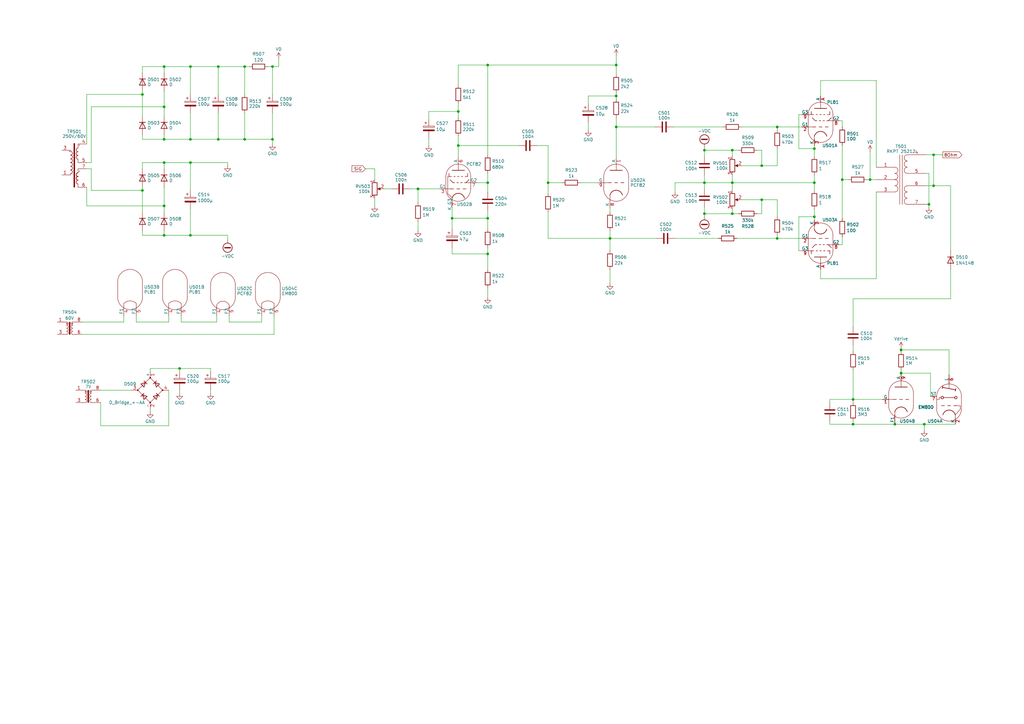
<source format=kicad_sch>
(kicad_sch (version 20230121) (generator eeschema)
  (paper "A3")
  (lib_symbols
    (symbol "Device:C" (pin_numbers hide) (pin_names (offset 0.254))
      (property "Reference" "C" (at 0.635 2.54 0))
      (property "Value" "C" (at 0.635 -2.54 0))
      (symbol "C_1_1"
        (pin passive line (at 0 3.81 270) (length 2.794) (name "~") (number "1"))
        (pin passive line (at 0 -3.81 90) (length 2.794) (name "~") (number "2"))
      )
    )
    (symbol "Device:C_Polarized" (pin_numbers hide) (pin_names (offset 0.254))
      (property "Reference" "C" (at 0.635 2.54 0))
      (property "Value" "C_Polarized" (at 0.635 -2.54 0))
      (symbol "C_Polarized_1_1"
        (pin passive line (at 0 3.81 270) (length 2.794) (name "~") (number "1"))
        (pin passive line (at 0 -3.81 90) (length 2.794) (name "~") (number "2"))
      )
    )
    (symbol "Device:D" (pin_numbers hide) (pin_names (offset 1.016) hide)
      (property "Reference" "D" (at 0 2.54 0))
      (property "Value" "D" (at 0 -2.54 0))
      (symbol "D_1_1"
        (pin passive line (at -3.81 0 0) (length 2.54) (name "K") (number "1"))
        (pin passive line (at 3.81 0 180) (length 2.54) (name "A") (number "2"))
      )
    )
    (symbol "Device:D_Bridge_+-AA" (pin_names (offset 0))
      (property "Reference" "D" (at 2.54 6.985 0))
      (property "Value" "D_Bridge_+-AA" (at 2.54 5.08 0))
      (symbol "D_Bridge_+-AA_1_1"
        (pin passive line (at 7.62 0 180) (length 2.54) (name "+") (number "1"))
        (pin passive line (at -7.62 0 0) (length 2.54) (name "-") (number "2"))
        (pin passive line (at 0 7.62 270) (length 2.54) (name "~") (number "3"))
        (pin passive line (at 0 -7.62 90) (length 2.54) (name "~") (number "4"))
      )
    )
    (symbol "Device:R" (pin_numbers hide) (pin_names (offset 0))
      (property "Reference" "R" (at 2.032 0 90))
      (property "Value" "R" (at 0 0 90))
      (symbol "R_1_1"
        (pin passive line (at 0 3.81 270) (length 1.27) (name "~") (number "1"))
        (pin passive line (at 0 -3.81 90) (length 1.27) (name "~") (number "2"))
      )
    )
    (symbol "Device:R_Potentiometer" (pin_names (offset 1.016) hide)
      (property "Reference" "RV" (at -4.445 0 90))
      (property "Value" "R_Potentiometer" (at -2.54 0 90))
      (symbol "R_Potentiometer_1_1"
        (pin passive line (at 0 3.81 270) (length 1.27) (name "1") (number "1"))
        (pin passive line (at 3.81 0 180) (length 1.27) (name "2") (number "2"))
        (pin passive line (at 0 -3.81 90) (length 1.27) (name "3") (number "3"))
      )
    )
    (symbol "Device:Transformer_SP_2S" (pin_names (offset 1.016) hide)
      (property "Reference" "T" (at 0 12.7 0))
      (property "Value" "Transformer_SP_2S" (at 0 -12.7 0))
      (symbol "Transformer_SP_2S_1_1"
        (pin passive line (at -10.16 5.08 0) (length 7.62) (name "IN+") (number "1"))
        (pin passive line (at -10.16 0 0) (length 7.62) (name "PM") (number "2"))
        (pin passive line (at -10.16 -5.08 0) (length 7.62) (name "IN-") (number "3"))
        (pin passive line (at 10.16 10.16 180) (length 7.62) (name "OUT1A") (number "4"))
        (pin passive line (at 10.16 2.54 180) (length 7.62) (name "OUT1B") (number "5"))
        (pin passive line (at 10.16 -2.54 180) (length 7.62) (name "OUT2A") (number "6"))
        (pin passive line (at 10.16 -10.16 180) (length 7.62) (name "OUT2B") (number "7"))
      )
    )
    (symbol "Diode:1N4148" (pin_numbers hide) (pin_names hide)
      (property "Reference" "D" (at 0 2.54 0))
      (property "Value" "1N4148" (at 0 -2.54 0))
      (symbol "1N4148_1_1"
        (pin passive line (at -3.81 0 0) (length 2.54) (name "K") (number "1"))
        (pin passive line (at 3.81 0 180) (length 2.54) (name "A") (number "2"))
      )
    )
    (symbol "Eigene:PCF82" (pin_names (offset 0))
      (property "Reference" "U" (at 3.81 7.62 0))
      (property "Value" "PCF82" (at 7.62 -8.89 0))
      (symbol "PCF82_1_1"
        (pin output line (at 0 10.16 270) (length 2.54) (name "A") (number "1"))
        (pin bidirectional line (at -2.54 -10.16 90) (length 2.54) (name "K") (number "8"))
        (pin input line (at -7.62 0 0) (length 2.54) (name "G") (number "9"))
      )
      (symbol "PCF82_2_1"
        (pin input line (at -7.62 -2.54 0) (length 2.54) (name "G1") (number "3"))
        (pin output line (at 0 10.16 270) (length 2.54) (name "A") (number "6"))
        (pin input line (at 7.62 0 180) (length 2.54) (name "G2") (number "7"))
        (pin bidirectional line (at -2.54 -10.16 90) (length 2.54) (name "K_G3") (number "7"))
      )
      (symbol "PCF82_3_1"
        (pin power_in line (at -2.54 -10.16 90) (length 3.81) (name "F1") (number "4"))
        (pin power_in line (at 2.54 -10.16 90) (length 3.81) (name "F2") (number "5"))
      )
    )
    (symbol "Eigene:PL81" (pin_names (offset 0))
      (property "Reference" "U" (at 2.54 10.16 0))
      (property "Value" "PL81" (at 7.62 -7.62 0))
      (symbol "PL81_1_1"
        (pin input line (at -7.62 -1.27 0) (length 2.54) (name "G1") (number "2"))
        (pin bidirectional line (at -2.54 -8.89 90) (length 2.54) (name "K") (number "3"))
        (pin input line (at 7.62 1.27 180) (length 2.54) (name "G2") (number "8"))
        (pin input line (at -7.62 3.81 0) (length 2.54) (name "G3") (number "9"))
        (pin output line (at 0 11.43 270) (length 2.54) (name "A") (number "A"))
      )
      (symbol "PL81_2_1"
        (pin power_in line (at -2.54 -10.16 90) (length 3.81) (name "F1") (number "4"))
        (pin power_in line (at 2.54 -10.16 90) (length 3.81) (name "F2") (number "5"))
      )
    )
    (symbol "Transformer:Wuerth_750343373"
      (property "Reference" "TR" (at 0 8.89 0))
      (property "Value" "Wuerth_750343373" (at 0 -11.43 0))
      (symbol "Wuerth_750343373_1_1"
        (pin passive line (at -5.08 -5.08 0) (length 2.54) (name "~") (number "1"))
        (pin no_connect line (at 0 -7.62 0) (length 2.54) hide (name "~") (number "10"))
        (pin no_connect line (at 0 2.54 180) (length 2.54) hide (name "~") (number "2"))
        (pin passive line (at -5.08 5.08 0) (length 2.54) (name "~") (number "3"))
        (pin passive line (at 5.08 7.62 180) (length 2.54) (name "~") (number "4"))
        (pin passive line (at 5.08 0 180) (length 2.54) (name "~") (number "5"))
        (pin passive line (at 5.08 -10.16 180) (length 2.54) (name "~") (number "6"))
        (pin passive line (at 5.08 -2.54 180) (length 2.54) (name "~") (number "7"))
        (pin no_connect line (at 0 0 180) (length 2.54) hide (name "~") (number "8"))
        (pin no_connect line (at 0 -2.54 180) (length 2.54) hide (name "~") (number "9"))
      )
    )
    (symbol "Transformer:Wurth_750319177"
      (property "Reference" "TR" (at 4.064 5.842 0))
      (property "Value" "Wurth_750319177" (at 0 -6.35 0))
      (symbol "Wurth_750319177_1_1"
        (pin passive line (at -5.08 2.54 0) (length 2.54) (name "~") (number "1"))
        (pin no_connect line (at 1.27 2.54 270) (length 2.54) hide (name "NC") (number "2"))
        (pin passive line (at -5.08 -2.54 0) (length 2.54) (name "~") (number "3"))
        (pin no_connect line (at -1.27 -2.54 90) (length 2.54) hide (name "NC") (number "4"))
        (pin no_connect line (at 1.27 -2.54 90) (length 2.54) hide (name "NC") (number "5"))
        (pin passive line (at 5.08 -2.54 180) (length 2.54) (name "~") (number "6"))
        (pin no_connect line (at -1.27 2.54 270) (length 2.54) hide (name "NC") (number "7"))
        (pin passive line (at 5.08 2.54 180) (length 2.54) (name "~") (number "8"))
      )
    )
    (symbol "Valve:EM84" (pin_names (offset 0))
      (property "Reference" "U" (at 3.81 7.62 0))
      (property "Value" "EM84" (at 6.35 -7.62 0))
      (symbol "EM84_1_1"
        (pin bidirectional line (at -2.54 -8.89 90) (length 2.54) (name "K") (number "2"))
        (pin output line (at 0 11.43 270) (length 3.81) (name "L") (number "6"))
        (pin input line (at 7.62 2.54 180) (length 2.54) (name "ST") (number "7"))
      )
      (symbol "EM84_2_1"
        (pin input line (at -7.62 0 0) (length 2.54) (name "G") (number "1"))
        (pin output line (at 0 10.16 270) (length 2.54) (name "A") (number "9"))
        (pin power_in line (at -2.54 -10.16 90) (length 3.81) (name "F1") (number "~"))
      )
      (symbol "EM84_3_1"
        (pin power_in line (at -2.54 -10.16 90) (length 3.81) (name "F1") (number "4"))
        (pin power_in line (at 2.54 -10.16 90) (length 3.81) (name "F2") (number "5"))
      )
    )
    (symbol "power:-VDC" (power) (pin_names (offset 0))
      (property "Value" "-VDC" (at 0 6.35 0))
      (symbol "-VDC_1_1"
        (pin power_in line (at 0 0 90) (length 0) hide (name "-VDC") (number "1"))
      )
    )
    (symbol "power:GND" (power) (pin_names (offset 0))
      (property "Value" "GND" (at 0 -3.81 0))
      (symbol "GND_1_1"
        (pin power_in line (at 0 0 270) (length 0) hide (name "GND") (number "1"))
      )
    )
    (symbol "power:VD" (power) (pin_names (offset 0))
      (property "Value" "VD" (at 0 3.81 0))
      (symbol "VD_1_1"
        (pin power_in line (at 0 0 90) (length 0) hide (name "VD") (number "1"))
      )
    )
    (symbol "power:Vdrive" (power) (pin_names (offset 0))
      (property "Value" "Vdrive" (at 0 3.81 0))
      (symbol "Vdrive_1_1"
        (pin power_in line (at 0 0 90) (length 0) hide (name "Vdrive") (number "1"))
      )
    )
  )
  (junction (at 78.105 27.305))
  (junction (at 67.31 27.305))
  (junction (at 334.01 60.96))
  (junction (at 89.535 57.15))
  (junction (at 58.42 38.735))
  (junction (at 369.57 153.035))
  (junction (at 100.33 57.15))
  (junction (at 78.105 57.15))
  (junction (at 67.31 66.675))
  (junction (at 58.42 78.105))
  (junction (at 367.03 173.99))
  (junction (at 382.905 63.5))
  (junction (at 288.925 61.595))
  (junction (at 111.76 57.15))
  (junction (at 382.905 76.2))
  (junction (at 185.42 89.535))
  (junction (at 200.025 89.535))
  (junction (at 200.025 104.14))
  (junction (at 300.355 61.595))
  (junction (at 67.31 43.815))
  (junction (at 89.535 27.305))
  (junction (at 224.79 74.93))
  (junction (at 67.31 84.455))
  (junction (at 200.025 74.93))
  (junction (at 334.01 88.9))
  (junction (at 318.77 52.07))
  (junction (at 379.095 173.99))
  (junction (at 318.77 97.79))
  (junction (at 252.73 52.07))
  (junction (at 100.33 27.305))
  (junction (at 349.885 163.83))
  (junction (at 288.925 87.63))
  (junction (at 67.31 57.15))
  (junction (at 300.355 87.63))
  (junction (at 369.57 143.51))
  (junction (at 200.025 26.67))
  (junction (at 356.87 73.66))
  (junction (at 381 83.82))
  (junction (at 252.73 26.67))
  (junction (at 187.96 59.69))
  (junction (at 312.42 67.945))
  (junction (at 312.42 81.915))
  (junction (at 111.76 27.305))
  (junction (at 334.01 74.93))
  (junction (at 73.66 151.13))
  (junction (at 252.73 39.37))
  (junction (at 171.45 77.47))
  (junction (at 250.19 97.79))
  (junction (at 78.105 66.675))
  (junction (at 78.105 96.52))
  (junction (at 187.96 45.72))
  (junction (at 345.44 73.66))
  (junction (at 67.31 96.52))
  (junction (at 288.925 74.93))
  (junction (at 300.355 74.93))
  (junction (at 349.885 173.99))
  (wire (pts (xy 37.465 78.105) (xy 58.42 78.105)))
  (wire (pts (xy 88.9 132.08) (xy 74.295 132.08)))
  (wire (pts (xy 359.41 33.02) (xy 359.41 68.58)))
  (wire (pts (xy 78.105 57.15) (xy 67.31 57.15)))
  (wire (pts (xy 336.55 39.37) (xy 336.55 33.02)))
  (wire (pts (xy 349.885 141.605) (xy 349.885 144.145)))
  (wire (pts (xy 61.595 167.64) (xy 61.595 168.91)))
  (wire (pts (xy 153.67 69.215) (xy 153.67 73.66)))
  (wire (pts (xy 86.36 151.13) (xy 73.66 151.13)))
  (wire (pts (xy 200.025 118.11) (xy 200.025 121.92)))
  (wire (pts (xy 69.215 129.54) (xy 69.215 132.08)))
  (wire (pts (xy 312.42 87.63) (xy 312.42 81.915)))
  (wire (pts (xy 175.895 45.72) (xy 187.96 45.72)))
  (wire (pts (xy 89.535 46.355) (xy 89.535 57.15)))
  (wire (pts (xy 389.89 102.87) (xy 389.89 76.2)))
  (wire (pts (xy 334.01 74.93) (xy 334.01 78.105)))
  (wire (pts (xy 345.44 73.66) (xy 345.44 59.69)))
  (wire (pts (xy 35.56 84.455) (xy 67.31 84.455)))
  (wire (pts (xy 89.535 27.305) (xy 100.33 27.305)))
  (wire (pts (xy 33.655 132.08) (xy 50.8 132.08)))
  (wire (pts (xy 224.79 59.69) (xy 224.79 74.93)))
  (wire (pts (xy 389.255 143.51) (xy 389.255 153.67)))
  (wire (pts (xy 185.42 104.14) (xy 200.025 104.14)))
  (wire (pts (xy 185.42 89.535) (xy 185.42 93.98)))
  (wire (pts (xy 200.025 26.67) (xy 252.73 26.67)))
  (wire (pts (xy 200.025 71.12) (xy 200.025 74.93)))
  (wire (pts (xy 328.93 52.07) (xy 318.77 52.07)))
  (wire (pts (xy 78.105 96.52) (xy 67.31 96.52)))
  (wire (pts (xy 276.86 74.93) (xy 288.925 74.93)))
  (wire (pts (xy 74.295 129.54) (xy 74.295 132.08)))
  (wire (pts (xy 300.355 61.595) (xy 302.895 61.595)))
  (wire (pts (xy 252.73 64.77) (xy 252.73 52.07)))
  (wire (pts (xy 288.925 85.09) (xy 288.925 87.63)))
  (wire (pts (xy 336.55 33.02) (xy 359.41 33.02)))
  (wire (pts (xy 328.93 97.79) (xy 318.77 97.79)))
  (wire (pts (xy 241.3 39.37) (xy 252.73 39.37)))
  (wire (pts (xy 35.56 38.735) (xy 35.56 59.055)))
  (wire (pts (xy 33.655 137.16) (xy 112.395 137.16)))
  (wire (pts (xy 241.3 50.165) (xy 241.3 53.34)))
  (wire (pts (xy 78.105 66.675) (xy 93.345 66.675)))
  (wire (pts (xy 369.57 143.51) (xy 389.255 143.51)))
  (wire (pts (xy 340.36 172.72) (xy 340.36 173.99)))
  (wire (pts (xy 328.93 46.99) (xy 327.66 46.99)))
  (wire (pts (xy 382.905 63.5) (xy 386.715 63.5)))
  (wire (pts (xy 310.515 61.595) (xy 312.42 61.595)))
  (wire (pts (xy 224.79 74.93) (xy 230.505 74.93)))
  (wire (pts (xy 312.42 67.945) (xy 318.77 67.945)))
  (wire (pts (xy 327.66 88.9) (xy 334.01 88.9)))
  (wire (pts (xy 55.88 132.08) (xy 69.215 132.08)))
  (wire (pts (xy 336.55 114.3) (xy 359.41 114.3)))
  (wire (pts (xy 111.76 57.15) (xy 100.33 57.15)))
  (wire (pts (xy 238.125 74.93) (xy 245.11 74.93)))
  (wire (pts (xy 382.905 63.5) (xy 379.73 63.5)))
  (wire (pts (xy 67.31 27.305) (xy 67.31 29.845)))
  (wire (pts (xy 327.66 60.96) (xy 334.01 60.96)))
  (wire (pts (xy 349.885 151.765) (xy 349.885 163.83)))
  (wire (pts (xy 187.96 59.69) (xy 212.725 59.69)))
  (wire (pts (xy 334.01 60.96) (xy 334.01 64.135)))
  (wire (pts (xy 175.895 56.515) (xy 175.895 59.69)))
  (wire (pts (xy 41.275 174.625) (xy 69.215 174.625)))
  (wire (pts (xy 347.98 73.66) (xy 345.44 73.66)))
  (wire (pts (xy 381 85.09) (xy 381 83.82)))
  (wire (pts (xy 288.925 87.63) (xy 300.355 87.63)))
  (wire (pts (xy 276.86 78.74) (xy 276.86 74.93)))
  (wire (pts (xy 185.42 85.09) (xy 185.42 89.535)))
  (wire (pts (xy 37.465 69.215) (xy 37.465 78.105)))
  (wire (pts (xy 50.8 132.08) (xy 50.8 129.54)))
  (wire (pts (xy 86.36 160.02) (xy 86.36 161.29)))
  (wire (pts (xy 336.55 110.49) (xy 336.55 114.3)))
  (wire (pts (xy 114.3 27.305) (xy 111.76 27.305)))
  (wire (pts (xy 389.89 122.555) (xy 389.89 110.49)))
  (wire (pts (xy 73.66 160.02) (xy 73.66 161.29)))
  (wire (pts (xy 78.105 27.305) (xy 67.31 27.305)))
  (wire (pts (xy 93.98 129.54) (xy 93.98 132.08)))
  (wire (pts (xy 195.58 74.93) (xy 200.025 74.93)))
  (wire (pts (xy 250.19 97.79) (xy 250.19 102.87)))
  (wire (pts (xy 200.025 86.36) (xy 200.025 89.535)))
  (wire (pts (xy 250.19 94.615) (xy 250.19 97.79)))
  (wire (pts (xy 157.48 77.47) (xy 160.655 77.47)))
  (wire (pts (xy 252.73 52.07) (xy 268.605 52.07)))
  (wire (pts (xy 58.42 57.15) (xy 58.42 55.245)))
  (wire (pts (xy 276.225 52.07) (xy 296.545 52.07)))
  (wire (pts (xy 93.345 67.945) (xy 93.345 66.675)))
  (wire (pts (xy 200.025 101.6) (xy 200.025 104.14)))
  (wire (pts (xy 61.595 152.4) (xy 61.595 151.13)))
  (wire (pts (xy 288.925 74.93) (xy 288.925 77.47)))
  (wire (pts (xy 369.57 151.765) (xy 369.57 153.035)))
  (wire (pts (xy 369.57 142.875) (xy 369.57 143.51)))
  (wire (pts (xy 382.905 76.2) (xy 382.905 63.5)))
  (wire (pts (xy 328.93 102.87) (xy 327.66 102.87)))
  (wire (pts (xy 288.925 87.63) (xy 288.925 88.9)))
  (wire (pts (xy 276.86 97.79) (xy 294.64 97.79)))
  (wire (pts (xy 300.355 74.93) (xy 300.355 78.105)))
  (wire (pts (xy 58.42 78.105) (xy 58.42 86.995)))
  (wire (pts (xy 327.66 102.87) (xy 327.66 88.9)))
  (wire (pts (xy 69.215 174.625) (xy 69.215 160.02)))
  (wire (pts (xy 318.77 52.07) (xy 318.77 53.34)))
  (wire (pts (xy 344.17 49.53) (xy 345.44 49.53)))
  (wire (pts (xy 200.025 93.98) (xy 200.025 89.535)))
  (wire (pts (xy 37.465 66.675) (xy 37.465 43.815)))
  (wire (pts (xy 35.56 38.735) (xy 58.42 38.735)))
  (wire (pts (xy 200.025 26.67) (xy 200.025 63.5)))
  (wire (pts (xy 250.19 85.09) (xy 250.19 86.995)))
  (wire (pts (xy 185.42 101.6) (xy 185.42 104.14)))
  (wire (pts (xy 224.79 74.93) (xy 224.79 79.375)))
  (wire (pts (xy 300.355 74.93) (xy 334.01 74.93)))
  (wire (pts (xy 349.885 163.83) (xy 340.36 163.83)))
  (wire (pts (xy 224.79 86.995) (xy 224.79 97.79)))
  (wire (pts (xy 300.355 71.755) (xy 300.355 74.93)))
  (wire (pts (xy 35.56 76.835) (xy 35.56 84.455)))
  (wire (pts (xy 114.3 24.13) (xy 114.3 27.305)))
  (wire (pts (xy 93.345 98.425) (xy 93.345 96.52)))
  (wire (pts (xy 304.165 52.07) (xy 318.77 52.07)))
  (wire (pts (xy 35.56 69.215) (xy 37.465 69.215)))
  (wire (pts (xy 318.77 81.915) (xy 318.77 88.9)))
  (wire (pts (xy 381.635 153.035) (xy 381.635 162.56)))
  (wire (pts (xy 334.01 88.9) (xy 334.01 90.17)))
  (wire (pts (xy 349.885 163.83) (xy 349.885 165.1)))
  (wire (pts (xy 349.885 172.72) (xy 349.885 173.99)))
  (wire (pts (xy 304.165 81.915) (xy 312.42 81.915)))
  (wire (pts (xy 171.45 77.47) (xy 171.45 83.185)))
  (wire (pts (xy 349.885 122.555) (xy 389.89 122.555)))
  (wire (pts (xy 302.26 97.79) (xy 318.77 97.79)))
  (wire (pts (xy 340.36 163.83) (xy 340.36 165.1)))
  (wire (pts (xy 200.025 104.14) (xy 200.025 110.49)))
  (wire (pts (xy 67.31 37.465) (xy 67.31 43.815)))
  (wire (pts (xy 288.925 61.595) (xy 288.925 64.135)))
  (wire (pts (xy 67.31 66.675) (xy 67.31 69.215)))
  (wire (pts (xy 149.86 69.215) (xy 153.67 69.215)))
  (wire (pts (xy 300.355 87.63) (xy 302.895 87.63)))
  (wire (pts (xy 58.42 96.52) (xy 58.42 94.615)))
  (wire (pts (xy 86.36 152.4) (xy 86.36 151.13)))
  (wire (pts (xy 187.96 59.69) (xy 187.96 64.77)))
  (wire (pts (xy 344.17 100.33) (xy 345.44 100.33)))
  (wire (pts (xy 379.095 173.99) (xy 391.795 173.99)))
  (wire (pts (xy 55.88 129.54) (xy 55.88 132.08)))
  (wire (pts (xy 356.87 73.66) (xy 359.41 73.66)))
  (wire (pts (xy 67.31 96.52) (xy 58.42 96.52)))
  (wire (pts (xy 334.01 88.9) (xy 334.01 85.725)))
  (wire (pts (xy 187.96 45.72) (xy 187.96 48.26)))
  (wire (pts (xy 359.41 78.74) (xy 359.41 114.3)))
  (wire (pts (xy 89.535 57.15) (xy 78.105 57.15)))
  (wire (pts (xy 107.315 132.08) (xy 107.315 129.54)))
  (wire (pts (xy 93.98 132.08) (xy 107.315 132.08)))
  (wire (pts (xy 318.77 97.79) (xy 318.77 96.52)))
  (wire (pts (xy 300.355 85.725) (xy 300.355 87.63)))
  (wire (pts (xy 89.535 38.735) (xy 89.535 27.305)))
  (wire (pts (xy 334.01 60.96) (xy 334.01 59.69)))
  (wire (pts (xy 58.42 76.835) (xy 58.42 78.105)))
  (wire (pts (xy 41.275 165.1) (xy 41.275 174.625)))
  (wire (pts (xy 187.96 42.545) (xy 187.96 45.72)))
  (wire (pts (xy 304.165 67.945) (xy 312.42 67.945)))
  (wire (pts (xy 349.885 173.99) (xy 367.03 173.99)))
  (wire (pts (xy 185.42 89.535) (xy 200.025 89.535)))
  (wire (pts (xy 379.095 173.99) (xy 379.095 176.53)))
  (wire (pts (xy 73.66 151.13) (xy 73.66 152.4)))
  (wire (pts (xy 78.105 27.305) (xy 89.535 27.305)))
  (wire (pts (xy 78.105 78.105) (xy 78.105 66.675)))
  (wire (pts (xy 88.9 129.54) (xy 88.9 132.08)))
  (wire (pts (xy 340.36 173.99) (xy 349.885 173.99)))
  (wire (pts (xy 367.03 173.99) (xy 379.095 173.99)))
  (wire (pts (xy 379.73 71.12) (xy 381 71.12)))
  (wire (pts (xy 187.96 55.88) (xy 187.96 59.69)))
  (wire (pts (xy 345.44 73.66) (xy 345.44 89.535)))
  (wire (pts (xy 200.025 74.93) (xy 200.025 78.74)))
  (wire (pts (xy 37.465 43.815) (xy 67.31 43.815)))
  (wire (pts (xy 78.105 66.675) (xy 67.31 66.675)))
  (wire (pts (xy 67.31 94.615) (xy 67.31 96.52)))
  (wire (pts (xy 349.885 163.83) (xy 361.95 163.83)))
  (wire (pts (xy 252.73 38.1) (xy 252.73 39.37)))
  (wire (pts (xy 224.79 97.79) (xy 250.19 97.79)))
  (wire (pts (xy 381 83.82) (xy 379.73 83.82)))
  (wire (pts (xy 220.345 59.69) (xy 224.79 59.69)))
  (wire (pts (xy 100.33 27.305) (xy 102.235 27.305)))
  (wire (pts (xy 58.42 38.735) (xy 58.42 47.625)))
  (wire (pts (xy 389.89 76.2) (xy 382.905 76.2)))
  (wire (pts (xy 171.45 90.805) (xy 171.45 94.615)))
  (wire (pts (xy 250.19 97.79) (xy 269.24 97.79)))
  (wire (pts (xy 175.895 48.895) (xy 175.895 45.72)))
  (wire (pts (xy 356.87 62.23) (xy 356.87 73.66)))
  (wire (pts (xy 250.19 110.49) (xy 250.19 116.205)))
  (wire (pts (xy 58.42 27.305) (xy 58.42 29.845)))
  (wire (pts (xy 78.105 85.725) (xy 78.105 96.52)))
  (wire (pts (xy 345.44 52.07) (xy 345.44 49.53)))
  (wire (pts (xy 327.66 46.99) (xy 327.66 60.96)))
  (wire (pts (xy 111.76 46.355) (xy 111.76 57.15)))
  (wire (pts (xy 111.76 57.15) (xy 111.76 59.055)))
  (wire (pts (xy 355.6 73.66) (xy 356.87 73.66)))
  (wire (pts (xy 58.42 38.735) (xy 58.42 37.465)))
  (wire (pts (xy 288.925 71.755) (xy 288.925 74.93)))
  (wire (pts (xy 334.01 71.755) (xy 334.01 74.93)))
  (wire (pts (xy 67.31 57.15) (xy 58.42 57.15)))
  (wire (pts (xy 100.33 57.15) (xy 89.535 57.15)))
  (wire (pts (xy 300.355 61.595) (xy 300.355 64.135)))
  (wire (pts (xy 35.56 66.675) (xy 37.465 66.675)))
  (wire (pts (xy 78.105 46.355) (xy 78.105 57.15)))
  (wire (pts (xy 100.33 46.355) (xy 100.33 57.15)))
  (wire (pts (xy 369.57 153.035) (xy 369.57 153.67)))
  (wire (pts (xy 61.595 151.13) (xy 73.66 151.13)))
  (wire (pts (xy 67.31 27.305) (xy 58.42 27.305)))
  (wire (pts (xy 369.57 153.035) (xy 381.635 153.035)))
  (wire (pts (xy 111.76 27.305) (xy 109.855 27.305)))
  (wire (pts (xy 78.105 38.735) (xy 78.105 27.305)))
  (wire (pts (xy 288.925 61.595) (xy 300.355 61.595)))
  (wire (pts (xy 58.42 66.675) (xy 58.42 69.215)))
  (wire (pts (xy 381 71.12) (xy 381 83.82)))
  (wire (pts (xy 252.73 26.67) (xy 252.73 30.48)))
  (wire (pts (xy 288.925 74.93) (xy 300.355 74.93)))
  (wire (pts (xy 100.33 38.735) (xy 100.33 27.305)))
  (wire (pts (xy 67.31 76.835) (xy 67.31 84.455)))
  (wire (pts (xy 252.73 39.37) (xy 252.73 40.64)))
  (wire (pts (xy 168.275 77.47) (xy 171.45 77.47)))
  (wire (pts (xy 345.44 100.33) (xy 345.44 97.155)))
  (wire (pts (xy 153.67 81.28) (xy 153.67 84.455)))
  (wire (pts (xy 111.76 38.735) (xy 111.76 27.305)))
  (wire (pts (xy 310.515 87.63) (xy 312.42 87.63)))
  (wire (pts (xy 171.45 77.47) (xy 180.34 77.47)))
  (wire (pts (xy 312.42 81.915) (xy 318.77 81.915)))
  (wire (pts (xy 252.73 22.86) (xy 252.73 26.67)))
  (wire (pts (xy 349.885 133.985) (xy 349.885 122.555)))
  (wire (pts (xy 67.31 43.815) (xy 67.31 47.625)))
  (wire (pts (xy 67.31 66.675) (xy 58.42 66.675)))
  (wire (pts (xy 187.96 34.925) (xy 187.96 26.67)))
  (wire (pts (xy 318.77 67.945) (xy 318.77 60.96)))
  (wire (pts (xy 112.395 137.16) (xy 112.395 129.54)))
  (wire (pts (xy 67.31 84.455) (xy 67.31 86.995)))
  (wire (pts (xy 41.275 160.02) (xy 53.975 160.02)))
  (wire (pts (xy 241.3 42.545) (xy 241.3 39.37)))
  (wire (pts (xy 187.96 26.67) (xy 200.025 26.67)))
  (wire (pts (xy 312.42 61.595) (xy 312.42 67.945)))
  (wire (pts (xy 78.105 96.52) (xy 93.345 96.52)))
  (wire (pts (xy 379.73 76.2) (xy 382.905 76.2)))
  (wire (pts (xy 252.73 48.26) (xy 252.73 52.07)))
  (wire (pts (xy 288.925 60.325) (xy 288.925 61.595)))
  (wire (pts (xy 369.57 143.51) (xy 369.57 144.145)))
  (wire (pts (xy 67.31 55.245) (xy 67.31 57.15)))
  (global_label "SIG" (shape input) (at 149.86 69.215 180) (property "Intersheetrefs" "${INTERSHEET_REFS}" (effects hide)))
  (global_label "8Ohm" (shape output) (at 386.715 63.5 0) (property "Intersheetrefs" "${INTERSHEET_REFS}" (effects hide)))
  (symbol (lib_id "Device:R_Potentiometer") (at 153.67 77.47 0) (unit 1)
    (property "Reference" "RV503" (at 151.8921 76.446 0) (effects (justify right)))
    (property "Value" "100k" (at 151.8921 78.494 0) (effects (justify right)))
  )
  (symbol (lib_id "Device:R") (at 187.96 52.07 0) (unit 1)
    (property "Reference" "R511" (at 189.738 51.046 0) (effects (justify left)))
    (property "Value" "220k" (at 189.738 53.094 0) (effects (justify left)))
  )
  (symbol (lib_id "power:GND") (at 153.67 84.455 0) (unit 1)
    (property "Reference" "#PWR0506" (effects hide))
    (property "Value" "GND" (at 153.67 88.4 0))
  )
  (symbol (lib_id "Eigene:PL81") (at 336.55 50.8 0) (unit 1)
    (property "Reference" "U501" (at 340.36 59.69 0))
    (property "Value" "PL81" (at 341.63 41.91 0))
    (property "Footprint" "Valve:Valve_Noval_P" (effects hide))
    (property "Datasheet" "http://www.r-type.org/pdfs/el84.pdf" (effects hide))
  )
  (symbol (lib_id "Device:R") (at 349.885 147.955 0) (unit 1)
    (property "Reference" "R515" (at 351.663 146.931 0) (effects (justify left)))
    (property "Value" "1M" (at 351.663 148.979 0) (effects (justify left)))
  )
  (symbol (lib_id "Device:D") (at 67.31 33.655 270) (unit 1)
    (property "Reference" "D502" (at 69.342 32.631 90) (effects (justify left)))
    (property "Value" "D" (at 69.342 34.679 90) (effects (justify left)))
    (property "Sim.Device" "D" (effects hide))
    (property "Sim.Pins" "1=K 2=A" (effects hide))
  )
  (symbol (lib_id "Eigene:PCF82") (at 187.96 74.93 0) (unit 2)
    (property "Reference" "U502" (at 190.5 83.82 0))
    (property "Value" "PCF82" (at 194.31 67.31 0))
    (property "Footprint" "Valve:Valve_Noval_P" (effects hide))
    (property "Datasheet" "http://www.r-type.org/pdfs/ecl82.pdf" (effects hide))
  )
  (symbol (lib_id "Device:R") (at 250.19 90.805 0) (unit 1)
    (property "Reference" "R521" (at 251.968 89.5929 0) (effects (justify left)))
    (property "Value" "1k" (at 251.968 92.0171 0) (effects (justify left)))
  )
  (symbol (lib_id "Device:R") (at 349.885 168.91 0) (unit 1)
    (property "Reference" "R516" (at 351.663 167.886 0) (effects (justify left)))
    (property "Value" "3M3" (at 351.663 169.934 0) (effects (justify left)))
  )
  (symbol (lib_id "Transformer:Wuerth_750343373") (at 30.48 66.675 0) (unit 1)
    (property "Reference" "TR501" (at 30.48 53.975 0))
    (property "Value" "250V/60V" (at 30.48 55.88 0))
    (property "Footprint" "Transformer_THT:Transformer_Wuerth_750343373" (effects hide))
    (property "Datasheet" "https://katalog.we-online.com/ctm/datasheet/750343373.pdf" (effects hide))
  )
  (symbol (lib_id "Device:C_Polarized") (at 111.76 42.545 0) (unit 1)
    (property "Reference" "C509" (at 114.681 40.632 0) (effects (justify left)))
    (property "Value" "100µ" (at 114.681 42.68 0) (effects (justify left)))
  )
  (symbol (lib_id "Device:C") (at 288.925 81.28 0) (mirror x) (unit 1)
    (property "Reference" "C513" (at 286.004 80.0679 0) (effects (justify right)))
    (property "Value" "100n" (at 286.004 82.4921 0) (effects (justify right)))
  )
  (symbol (lib_id "Device:R") (at 318.77 57.15 0) (unit 1)
    (property "Reference" "R503" (at 320.548 55.9379 0) (effects (justify left)))
    (property "Value" "470k" (at 320.548 58.3621 0) (effects (justify left)))
  )
  (symbol (lib_id "power:GND") (at 250.19 116.205 0) (unit 1)
    (property "Reference" "#PWR0503" (effects hide))
    (property "Value" "GND" (at 250.19 120.15 0))
  )
  (symbol (lib_id "Eigene:PCF82") (at 91.44 119.38 0) (unit 3)
    (property "Reference" "U502" (at 97.155 118.356 0) (effects (justify left)))
    (property "Value" "PCF82" (at 97.155 120.404 0) (effects (justify left)))
    (property "Footprint" "Valve:Valve_Noval_P" (effects hide))
    (property "Datasheet" "http://www.r-type.org/pdfs/ecl82.pdf" (effects hide))
  )
  (symbol (lib_id "Device:D") (at 58.42 51.435 270) (unit 1)
    (property "Reference" "D503" (at 60.452 50.411 90) (effects (justify left)))
    (property "Value" "D" (at 60.452 52.459 90) (effects (justify left)))
    (property "Sim.Device" "D" (effects hide))
    (property "Sim.Pins" "1=K 2=A" (effects hide))
  )
  (symbol (lib_id "power:GND") (at 381 85.09 0) (unit 1)
    (property "Reference" "#PWR0507" (effects hide))
    (property "Value" "GND" (at 381 89.035 0))
  )
  (symbol (lib_id "power:VD") (at 114.3 24.13 0) (unit 1)
    (property "Reference" "#PWR0504" (effects hide))
    (property "Value" "VD" (at 114.3 20.185 0))
  )
  (symbol (lib_id "Device:R") (at 334.01 81.915 0) (unit 1)
    (property "Reference" "R518" (at 335.788 80.7029 0) (effects (justify left)))
    (property "Value" "1" (at 335.788 83.1271 0) (effects (justify left)))
  )
  (symbol (lib_id "Device:R") (at 200.025 97.79 0) (unit 1)
    (property "Reference" "R508" (at 201.803 96.5779 0) (effects (justify left)))
    (property "Value" "1k" (at 201.803 99.0021 0) (effects (justify left)))
  )
  (symbol (lib_id "Device:D") (at 58.42 90.805 270) (unit 1)
    (property "Reference" "D507" (at 60.452 89.781 90) (effects (justify left)))
    (property "Value" "D" (at 60.452 91.829 90) (effects (justify left)))
    (property "Sim.Device" "D" (effects hide))
    (property "Sim.Pins" "1=K 2=A" (effects hide))
  )
  (symbol (lib_id "Valve:EM84") (at 369.57 163.83 0) (unit 2)
    (property "Reference" "U504" (at 368.935 172.72 0) (effects (justify left)))
    (property "Value" "EM800" (at 376.555 167.005 0) (effects (justify left)))
    (property "Footprint" "Valve:Valve_Noval_P" (effects hide))
    (property "Datasheet" "http://www.r-type.org/pdfs/em84.pdf" (effects hide))
  )
  (symbol (lib_id "Device:C") (at 200.025 82.55 0) (unit 1)
    (property "Reference" "C504" (at 202.946 81.3379 0) (effects (justify left)))
    (property "Value" "220n" (at 202.946 83.7621 0) (effects (justify left)))
  )
  (symbol (lib_id "Device:R") (at 224.79 83.185 0) (unit 1)
    (property "Reference" "R520" (at 226.568 81.9729 0) (effects (justify left)))
    (property "Value" "1M" (at 226.568 84.3971 0) (effects (justify left)))
  )
  (symbol (lib_id "Device:D") (at 67.31 51.435 270) (unit 1)
    (property "Reference" "D504" (at 69.342 50.411 90) (effects (justify left)))
    (property "Value" "D" (at 69.342 52.459 90) (effects (justify left)))
    (property "Sim.Device" "D" (effects hide))
    (property "Sim.Pins" "1=K 2=A" (effects hide))
  )
  (symbol (lib_id "Device:R") (at 200.025 114.3 0) (unit 1)
    (property "Reference" "R522" (at 201.803 113.0879 0) (effects (justify left)))
    (property "Value" "1k" (at 201.803 115.5121 0) (effects (justify left)))
  )
  (symbol (lib_id "Device:R_Potentiometer") (at 300.355 81.915 0) (unit 1)
    (property "Reference" "RV502" (at 298.5771 80.891 0) (effects (justify right)))
    (property "Value" "100k" (at 298.5771 82.939 0) (effects (justify right)))
  )
  (symbol (lib_id "Device:C") (at 216.535 59.69 90) (unit 1)
    (property "Reference" "C505" (at 216.535 53.951 90))
    (property "Value" "100n" (at 216.535 55.999 90))
  )
  (symbol (lib_id "Device:D") (at 58.42 73.025 270) (unit 1)
    (property "Reference" "D505" (at 60.452 72.001 90) (effects (justify left)))
    (property "Value" "D" (at 60.452 74.049 90) (effects (justify left)))
    (property "Sim.Device" "D" (effects hide))
    (property "Sim.Pins" "1=K 2=A" (effects hide))
  )
  (symbol (lib_id "Device:R") (at 306.705 61.595 90) (unit 1)
    (property "Reference" "R509" (at 306.705 56.4347 90))
    (property "Value" "330k" (at 306.705 58.8589 90))
  )
  (symbol (lib_id "Device:R") (at 234.315 74.93 90) (unit 1)
    (property "Reference" "R523" (at 234.315 69.7697 90))
    (property "Value" "1k" (at 234.315 72.1939 90))
  )
  (symbol (lib_id "power:GND") (at 86.36 161.29 0) (unit 1)
    (property "Reference" "#PWR0514" (effects hide))
    (property "Value" "GND" (at 86.36 165.235 0))
  )
  (symbol (lib_id "Device:R") (at 298.45 97.79 90) (unit 1)
    (property "Reference" "R525" (at 298.45 92.71 90))
    (property "Value" "1k" (at 298.45 95.0539 90))
  )
  (symbol (lib_id "Device:C_Polarized") (at 175.895 52.705 0) (unit 1)
    (property "Reference" "C527" (at 178.816 50.6039 0) (effects (justify left)))
    (property "Value" "10µ" (at 178.816 53.0281 0) (effects (justify left)))
  )
  (symbol (lib_id "Device:R") (at 252.73 44.45 0) (unit 1)
    (property "Reference" "R524" (at 254.508 43.2379 0) (effects (justify left)))
    (property "Value" "22k" (at 254.508 45.6621 0) (effects (justify left)))
  )
  (symbol (lib_id "Device:R") (at 369.57 147.955 0) (unit 1)
    (property "Reference" "R514" (at 371.348 146.931 0) (effects (justify left)))
    (property "Value" "1M" (at 371.348 148.979 0) (effects (justify left)))
  )
  (symbol (lib_id "Device:R") (at 187.96 38.735 0) (unit 1)
    (property "Reference" "R512" (at 189.738 37.5229 0) (effects (justify left)))
    (property "Value" "5k1" (at 189.738 39.9471 0) (effects (justify left)))
  )
  (symbol (lib_id "Device:D") (at 67.31 90.805 270) (unit 1)
    (property "Reference" "D508" (at 69.342 89.781 90) (effects (justify left)))
    (property "Value" "D" (at 69.342 91.829 90) (effects (justify left)))
    (property "Sim.Device" "D" (effects hide))
    (property "Sim.Pins" "1=K 2=A" (effects hide))
  )
  (symbol (lib_id "Eigene:PCF82") (at 252.73 74.93 0) (unit 1)
    (property "Reference" "U502" (at 258.445 73.906 0) (effects (justify left)))
    (property "Value" "PCF82" (at 258.445 75.954 0) (effects (justify left)))
    (property "Footprint" "Valve:Valve_Noval_P" (effects hide))
    (property "Datasheet" "http://www.r-type.org/pdfs/ecl82.pdf" (effects hide))
  )
  (symbol (lib_id "Transformer:Wurth_750319177") (at 28.575 134.62 0) (unit 1)
    (property "Reference" "TR504" (at 28.575 128.05 0))
    (property "Value" "60V" (at 28.575 130.4742 0))
    (property "Footprint" "Transformer_SMD:Transformer_Wurth_WE-AGDT-EP7" (effects hide))
    (property "Datasheet" "https://www.we-online.com/components/products/datasheet/750319177.pdf" (effects hide))
  )
  (symbol (lib_id "power:GND") (at 276.86 78.74 0) (unit 1)
    (property "Reference" "#PWR0502" (effects hide))
    (property "Value" "GND" (at 276.86 82.685 0))
  )
  (symbol (lib_id "Valve:EM84") (at 109.855 119.38 0) (unit 3)
    (property "Reference" "U504" (at 115.57 118.356 0) (effects (justify left)))
    (property "Value" "EM800" (at 115.57 120.404 0) (effects (justify left)))
    (property "Footprint" "Valve:Valve_Noval_P" (effects hide))
    (property "Datasheet" "http://www.r-type.org/pdfs/em84.pdf" (effects hide))
  )
  (symbol (lib_id "Device:R") (at 171.45 86.995 0) (unit 1)
    (property "Reference" "R519" (at 173.228 85.7829 0) (effects (justify left)))
    (property "Value" "1M" (at 173.228 88.2071 0) (effects (justify left)))
  )
  (symbol (lib_id "Device:C_Polarized") (at 78.105 42.545 0) (unit 1)
    (property "Reference" "C507" (at 81.026 40.632 0) (effects (justify left)))
    (property "Value" "100µ" (at 81.026 42.68 0) (effects (justify left)))
  )
  (symbol (lib_id "Device:C") (at 340.36 168.91 180) (unit 1)
    (property "Reference" "C511" (at 343.281 167.886 0) (effects (justify right)))
    (property "Value" "10n" (at 343.281 169.934 0) (effects (justify right)))
  )
  (symbol (lib_id "power:GND") (at 175.895 59.69 0) (unit 1)
    (property "Reference" "#PWR0536" (effects hide))
    (property "Value" "GND" (at 175.895 63.635 0))
  )
  (symbol (lib_id "Device:Transformer_SP_2S") (at 369.57 73.66 0) (unit 1)
    (property "Reference" "T501" (at 369.57 60.0469 0))
    (property "Value" "RKPT 25212" (at 369.57 62.0949 0))
  )
  (symbol (lib_id "Device:C") (at 273.05 97.79 90) (unit 1)
    (property "Reference" "C502" (at 273.05 92.051 90))
    (property "Value" "100n" (at 273.05 94.099 90))
  )
  (symbol (lib_id "Device:R") (at 334.01 67.945 0) (unit 1)
    (property "Reference" "R517" (at 335.788 66.7329 0) (effects (justify left)))
    (property "Value" "1" (at 335.788 69.1571 0) (effects (justify left)))
  )
  (symbol (lib_id "power:GND") (at 61.595 168.91 0) (unit 1)
    (property "Reference" "#PWR0521" (effects hide))
    (property "Value" "GND" (at 61.595 172.855 0))
  )
  (symbol (lib_id "Device:R") (at 250.19 106.68 0) (unit 1)
    (property "Reference" "R506" (at 251.968 105.4679 0) (effects (justify left)))
    (property "Value" "22k" (at 251.968 107.8921 0) (effects (justify left)))
  )
  (symbol (lib_id "Device:R") (at 252.73 34.29 0) (unit 1)
    (property "Reference" "R505" (at 254.508 33.0779 0) (effects (justify left)))
    (property "Value" "2k2" (at 254.508 35.5021 0) (effects (justify left)))
  )
  (symbol (lib_id "Device:C_Polarized") (at 73.66 156.21 0) (unit 1)
    (property "Reference" "C520" (at 76.581 154.297 0) (effects (justify left)))
    (property "Value" "100µ" (at 76.581 156.345 0) (effects (justify left)))
  )
  (symbol (lib_id "power:VD") (at 356.87 62.23 0) (unit 1)
    (property "Reference" "#PWR0501" (effects hide))
    (property "Value" "VD" (at 356.87 58.285 0))
  )
  (symbol (lib_id "Device:R_Potentiometer") (at 300.355 67.945 0) (unit 1)
    (property "Reference" "RV501" (at 298.5771 66.921 0) (effects (justify right)))
    (property "Value" "100k" (at 298.5771 68.969 0) (effects (justify right)))
  )
  (symbol (lib_id "Eigene:PL81") (at 53.34 119.38 0) (unit 2)
    (property "Reference" "U503" (at 59.055 117.721 0) (effects (justify left)))
    (property "Value" "PL81" (at 59.055 119.769 0) (effects (justify left)))
    (property "Footprint" "Valve:Valve_Noval_P" (effects hide))
    (property "Datasheet" "http://www.r-type.org/pdfs/el84.pdf" (effects hide))
  )
  (symbol (lib_id "Device:C_Polarized") (at 241.3 46.355 0) (unit 1)
    (property "Reference" "C528" (at 244.221 44.2539 0) (effects (justify left)))
    (property "Value" "10µ" (at 244.221 46.6781 0) (effects (justify left)))
  )
  (symbol (lib_id "Device:R") (at 300.355 52.07 90) (unit 1)
    (property "Reference" "R526" (at 300.355 46.9097 90))
    (property "Value" "1k" (at 300.355 49.3339 90))
  )
  (symbol (lib_id "Eigene:PL81") (at 71.755 119.38 0) (unit 2)
    (property "Reference" "U501" (at 77.47 117.721 0) (effects (justify left)))
    (property "Value" "PL81" (at 77.47 119.769 0) (effects (justify left)))
    (property "Footprint" "Valve:Valve_Noval_P" (effects hide))
    (property "Datasheet" "http://www.r-type.org/pdfs/el84.pdf" (effects hide))
  )
  (symbol (lib_id "power:GND") (at 171.45 94.615 0) (unit 1)
    (property "Reference" "#PWR0513" (effects hide))
    (property "Value" "GND" (at 171.45 98.56 0))
  )
  (symbol (lib_id "Device:C_Polarized") (at 89.535 42.545 0) (unit 1)
    (property "Reference" "C508" (at 92.456 40.632 0) (effects (justify left)))
    (property "Value" "100µ" (at 92.456 42.68 0) (effects (justify left)))
  )
  (symbol (lib_id "Device:C") (at 272.415 52.07 90) (unit 1)
    (property "Reference" "C501" (at 272.415 46.331 90))
    (property "Value" "100n" (at 272.415 48.379 90))
  )
  (symbol (lib_id "Device:R") (at 200.025 67.31 0) (unit 1)
    (property "Reference" "R510" (at 201.803 66.0979 0) (effects (justify left)))
    (property "Value" "680k" (at 201.803 68.5221 0) (effects (justify left)))
  )
  (symbol (lib_id "power:GND") (at 111.76 59.055 0) (unit 1)
    (property "Reference" "#PWR0509" (effects hide))
    (property "Value" "GND" (at 111.76 63 0))
  )
  (symbol (lib_id "power:-VDC") (at 288.925 88.9 180) (unit 1)
    (property "Reference" "#PWR0519" (effects hide))
    (property "Value" "-VDC" (at 288.925 95.512 0))
  )
  (symbol (lib_id "power:GND") (at 73.66 161.29 0) (unit 1)
    (property "Reference" "#PWR0522" (effects hide))
    (property "Value" "GND" (at 73.66 165.235 0))
  )
  (symbol (lib_id "Device:C") (at 349.885 137.795 180) (unit 1)
    (property "Reference" "C510" (at 352.806 136.771 0) (effects (justify right)))
    (property "Value" "100n" (at 352.806 138.819 0) (effects (justify right)))
  )
  (symbol (lib_id "power:GND") (at 93.345 67.945 0) (unit 1)
    (property "Reference" "#PWR0517" (effects hide))
    (property "Value" "GND" (at 93.345 71.89 0))
  )
  (symbol (lib_id "Device:D") (at 67.31 73.025 270) (unit 1)
    (property "Reference" "D506" (at 69.342 72.001 90) (effects (justify left)))
    (property "Value" "D" (at 69.342 74.049 90) (effects (justify left)))
    (property "Sim.Device" "D" (effects hide))
    (property "Sim.Pins" "1=K 2=A" (effects hide))
  )
  (symbol (lib_id "Device:R") (at 351.79 73.66 90) (unit 1)
    (property "Reference" "R527" (at 351.79 68.4997 90))
    (property "Value" "1k" (at 351.79 70.9239 90))
  )
  (symbol (lib_id "Eigene:PL81") (at 336.55 99.06 0) (mirror x) (unit 1)
    (property "Reference" "U503" (at 340.36 90.17 0))
    (property "Value" "PL81" (at 341.63 107.95 0))
    (property "Footprint" "Valve:Valve_Noval_P" (effects hide))
    (property "Datasheet" "http://www.r-type.org/pdfs/el84.pdf" (effects hide))
  )
  (symbol (lib_id "Diode:1N4148") (at 389.89 106.68 270) (unit 1)
    (property "Reference" "D510" (at 391.922 105.4679 90) (effects (justify left)))
    (property "Value" "1N4148" (at 391.922 107.8921 90) (effects (justify left)))
    (property "Footprint" "Diode_THT:D_DO-35_SOD27_P7.62mm_Horizontal" (effects hide))
    (property "Datasheet" "https://assets.nexperia.com/documents/data-sheet/1N4148_1N4448.pdf" (effects hide))
    (property "Sim.Device" "D" (effects hide))
    (property "Sim.Pins" "1=K 2=A" (effects hide))
  )
  (symbol (lib_id "power:GND") (at 241.3 53.34 0) (unit 1)
    (property "Reference" "#PWR0510" (effects hide))
    (property "Value" "GND" (at 241.3 57.285 0))
  )
  (symbol (lib_id "Device:R") (at 345.44 93.345 180) (unit 1)
    (property "Reference" "R502" (at 347.218 92.1329 0) (effects (justify right)))
    (property "Value" "100" (at 347.218 94.5571 0) (effects (justify right)))
  )
  (symbol (lib_id "Device:R") (at 345.44 55.88 0) (unit 1)
    (property "Reference" "R501" (at 347.218 54.856 0) (effects (justify left)))
    (property "Value" "100" (at 347.218 56.904 0) (effects (justify left)))
  )
  (symbol (lib_id "Device:R") (at 100.33 42.545 0) (unit 1)
    (property "Reference" "R513" (at 102.108 41.521 0) (effects (justify left)))
    (property "Value" "220k" (at 102.108 43.569 0) (effects (justify left)))
  )
  (symbol (lib_id "Device:C") (at 164.465 77.47 90) (unit 1)
    (property "Reference" "C506" (at 164.465 71.731 90))
    (property "Value" "100n" (at 164.465 73.779 90))
  )
  (symbol (lib_id "Device:D") (at 58.42 33.655 270) (unit 1)
    (property "Reference" "D501" (at 60.452 32.631 90) (effects (justify left)))
    (property "Value" "D" (at 60.452 34.679 90) (effects (justify left)))
    (property "Sim.Device" "D" (effects hide))
    (property "Sim.Pins" "1=K 2=A" (effects hide))
  )
  (symbol (lib_id "Device:C_Polarized") (at 86.36 156.21 0) (unit 1)
    (property "Reference" "C517" (at 89.281 154.297 0) (effects (justify left)))
    (property "Value" "100µ" (at 89.281 156.345 0) (effects (justify left)))
  )
  (symbol (lib_id "Device:R") (at 106.045 27.305 90) (unit 1)
    (property "Reference" "R507" (at 106.045 22.1447 90))
    (property "Value" "120" (at 106.045 24.5689 90))
  )
  (symbol (lib_id "Device:R") (at 306.705 87.63 90) (mirror x) (unit 1)
    (property "Reference" "R528" (at 306.705 92.7903 90))
    (property "Value" "330k" (at 306.705 90.3661 90))
  )
  (symbol (lib_id "Device:D_Bridge_+-AA") (at 61.595 160.02 90) (unit 1)
    (property "Reference" "D509" (at 53.34 157.48 90))
    (property "Value" "D_Bridge_+-AA" (at 52.07 165.1 90))
  )
  (symbol (lib_id "power:-VDC") (at 288.925 60.325 0) (unit 1)
    (property "Reference" "#PWR0520" (effects hide))
    (property "Value" "-VDC" (at 288.925 53.713 0))
  )
  (symbol (lib_id "Device:R") (at 318.77 92.71 0) (unit 1)
    (property "Reference" "R504" (at 320.548 91.4979 0) (effects (justify left)))
    (property "Value" "470k" (at 320.548 93.9221 0) (effects (justify left)))
  )
  (symbol (lib_id "Device:C_Polarized") (at 78.105 81.915 0) (unit 1)
    (property "Reference" "C514" (at 81.026 79.8139 0) (effects (justify left)))
    (property "Value" "1000µ" (at 81.026 82.2381 0) (effects (justify left)))
  )
  (symbol (lib_id "Device:C_Polarized") (at 185.42 97.79 0) (unit 1)
    (property "Reference" "C503" (at 188.341 95.6889 0) (effects (justify left)))
    (property "Value" "47µ" (at 188.341 98.1131 0) (effects (justify left)))
  )
  (symbol (lib_id "power:VD") (at 252.73 22.86 0) (unit 1)
    (property "Reference" "#PWR0508" (effects hide))
    (property "Value" "VD" (at 252.73 18.915 0))
  )
  (symbol (lib_id "power:GND") (at 200.025 121.92 0) (unit 1)
    (property "Reference" "#PWR0505" (effects hide))
    (property "Value" "GND" (at 200.025 125.865 0))
  )
  (symbol (lib_id "Valve:EM84") (at 389.255 165.1 0) (mirror y) (unit 1)
    (property "Reference" "U504" (at 380.365 172.72 0) (effects (justify right)))
    (property "Value" "EM800" (at 376.555 167.005 0) (effects (justify right)))
    (property "Footprint" "Valve:Valve_Noval_P" (effects hide))
    (property "Datasheet" "http://www.r-type.org/pdfs/em84.pdf" (effects hide))
  )
  (symbol (lib_id "power:GND") (at 379.095 176.53 0) (unit 1)
    (property "Reference" "#PWR0511" (effects hide))
    (property "Value" "GND" (at 379.095 180.475 0))
  )
  (symbol (lib_id "power:Vdrive") (at 369.57 142.875 0) (unit 1)
    (property "Reference" "#PWR0512" (effects hide))
    (property "Value" "Vdrive" (at 369.57 138.93 0))
  )
  (symbol (lib_id "power:-VDC") (at 93.345 98.425 180) (unit 1)
    (property "Reference" "#PWR0518" (effects hide))
    (property "Value" "-VDC" (at 93.345 105.037 0))
  )
  (symbol (lib_id "Device:C") (at 288.925 67.945 0) (mirror x) (unit 1)
    (property "Reference" "C512" (at 286.004 66.7329 0) (effects (justify right)))
    (property "Value" "100n" (at 286.004 69.1571 0) (effects (justify right)))
  )
  (symbol (lib_id "Transformer:Wurth_750319177") (at 36.195 162.56 0) (unit 1)
    (property "Reference" "TR502" (at 36.195 156.5543 0))
    (property "Value" "7V" (at 36.195 158.6023 0))
    (property "Footprint" "Transformer_SMD:Transformer_Wurth_WE-AGDT-EP7" (effects hide))
    (property "Datasheet" "https://www.we-online.com/components/products/datasheet/750319177.pdf" (effects hide))
  )
)
</source>
